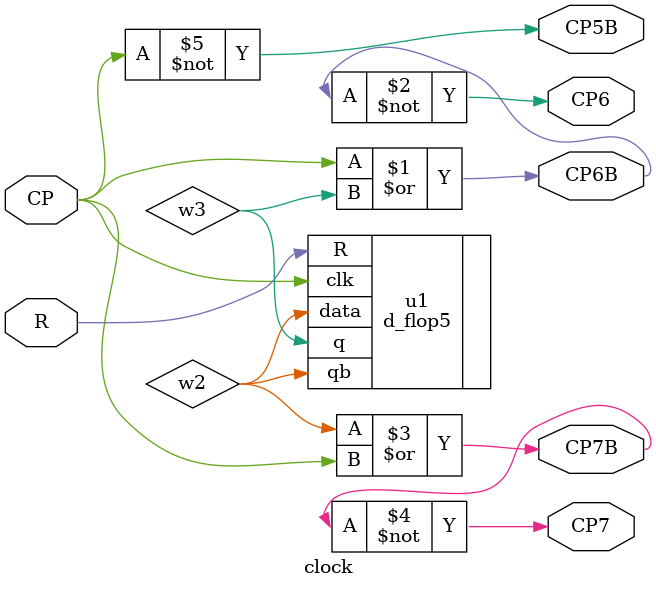
<source format=v>
`include "dflop5.v"
module clock(CP,R,CP5B,CP6,CP6B,CP7,CP7B);
input CP,R;
output CP5B,CP6,CP6B,CP7,CP7B;
wire w2,w3;

not	x1(CP5B,CP);
	

d_flop5	u1(.data(w2),.R(R),.clk(CP),.q(w3),.qb(w2));

nor	y1(CP6,CP,w3),
	y2(CP7,w2,CP);
	
not	x3(CP6B,CP6),
	x4(CP7B,CP7);
	
endmodule	

</source>
